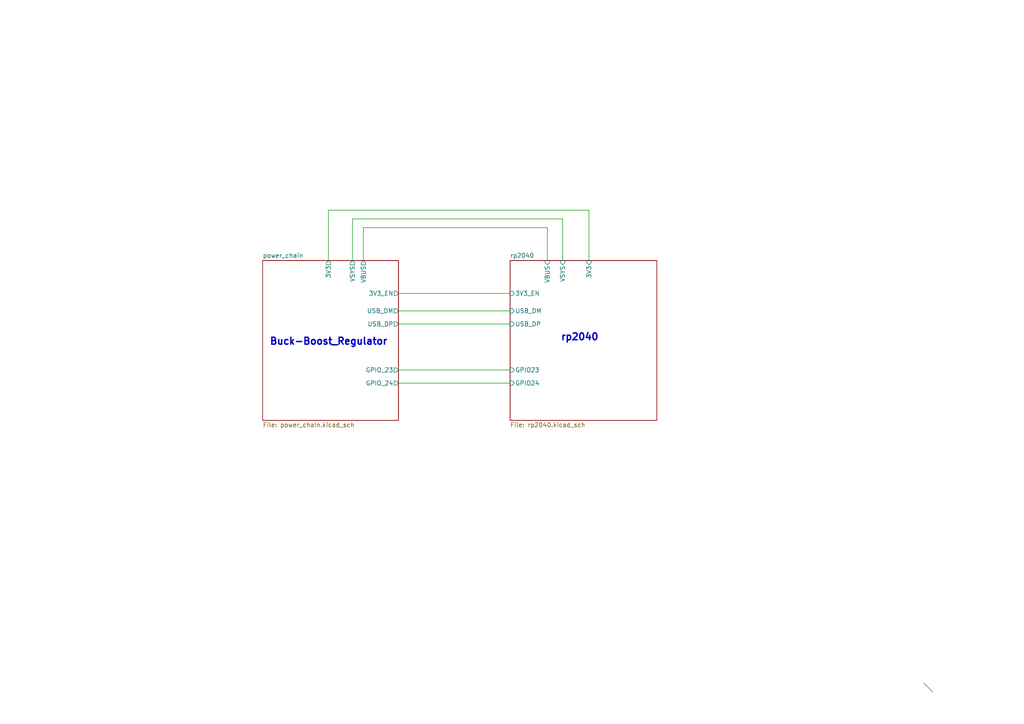
<source format=kicad_sch>
(kicad_sch (version 20230121) (generator eeschema)
  (paper "A4")
  (lib_symbols)
  (bus_entry (at 690.245 120.65) (size 2.54 2.54))
  (bus_entry (at 267.97 198.12) (size 2.54 2.54))
  (wire (pts (xy 163.195 63.5) (xy 163.195 75.565)))
  (wire (pts (xy 115.57 111.125) (xy 147.955 111.125)))
  (wire (pts (xy 170.815 75.565) (xy 170.815 60.96)))
  (wire (pts (xy 115.57 107.315) (xy 147.955 107.315)))
  (wire (pts (xy 170.815 60.96) (xy 95.25 60.96)))
  (wire (pts (xy 105.41 66.04) (xy 158.75 66.04)))
  (wire (pts (xy 102.235 75.565) (xy 102.235 63.5)))
  (wire (pts (xy 105.41 75.565) (xy 105.41 66.04)))
  (wire (pts (xy 115.57 93.98) (xy 147.955 93.98)))
  (wire (pts (xy 102.235 63.5) (xy 163.195 63.5)))
  (wire (pts (xy 158.75 66.04) (xy 158.75 75.565)))
  (wire (pts (xy 95.25 60.96) (xy 95.25 75.565)))
  (wire (pts (xy 115.57 85.09) (xy 147.955 85.09)))
  (wire (pts (xy 115.57 90.17) (xy 147.955 90.17)))
  (text "Buck-Boost_Regulator\n" (at 78.105 100.33 0) (effects (font (size 2 2) (thickness 0.4) bold) (justify left bottom)))
  (text "rp2040\n" (at 162.56 99.06 0) (effects (font (size 2 2) (thickness 0.4) bold) (justify left bottom)))
  (sheet (at 147.955 75.565) (size 42.545 46.355) (stroke (width 0.1524))
    (property "Sheetname" "rp2040" (at 147.955 74.8534 0) (effects (justify left bottom)))
    (property "Sheetfile" "rp2040.kicad_sch" (at 147.955 122.5046 0) (effects (justify left top)))
    (pin "3V3_EN" input (at 147.955 85.09 180))
    (pin "VBUS" input (at 158.75 75.565 90))
    (pin "VSYS" input (at 163.195 75.565 90))
    (pin "USB_DP" input (at 147.955 93.98 180))
    (pin "USB_DM" input (at 147.955 90.17 180))
    (pin "GPIO23" input (at 147.955 107.315 180))
    (pin "GPIO24" input (at 147.955 111.125 180))
    (pin "3V3" input (at 170.815 75.565 90))
  )
  (sheet (at 76.2 75.565) (size 39.37 46.355) (stroke (width 0.1524))
    (property "Sheetname" "power_chain" (at 76.2 74.8534 0) (effects (justify left bottom)))
    (property "Sheetfile" "power_chain.kicad_sch" (at 76.2 122.5046 0) (effects (justify left top)))
    (pin "GPIO_23" output (at 115.57 107.315 0))
    (pin "GPIO_24" output (at 115.57 111.125 0))
    (pin "USB_DM" output (at 115.57 90.17 0))
    (pin "USB_DP" output (at 115.57 93.98 0))
    (pin "3V3_EN" output (at 115.57 85.09 0))
    (pin "3V3" output (at 95.25 75.565 90))
    (pin "VSYS" output (at 102.235 75.565 90))
    (pin "VBUS" output (at 105.41 75.565 90))
  )
)
</source>
